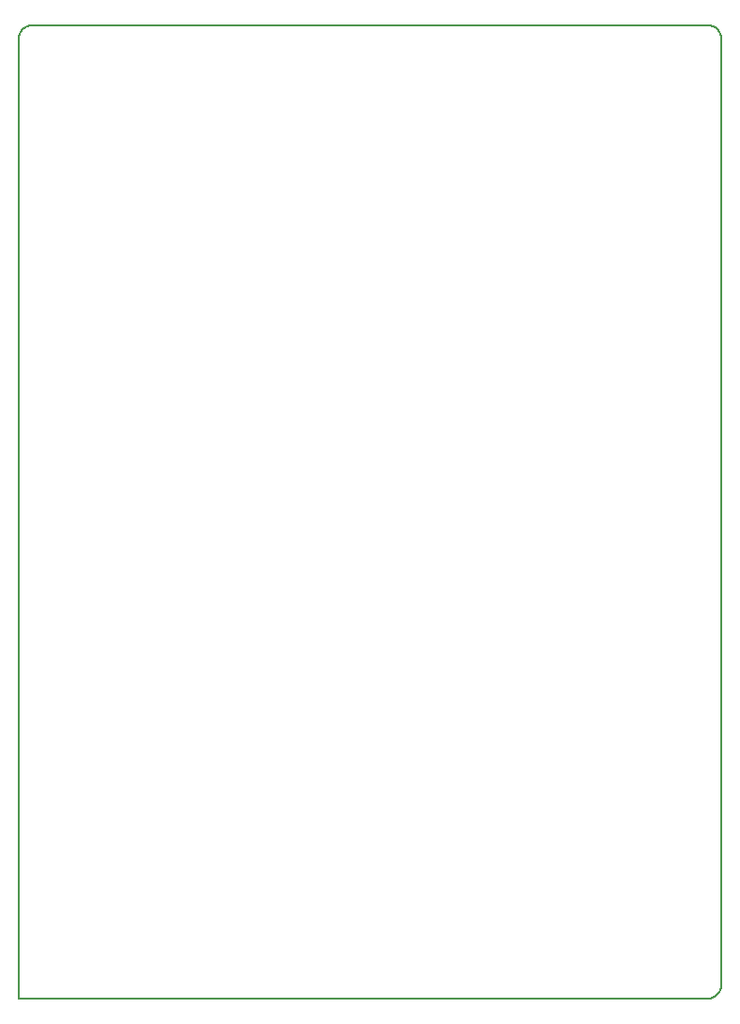
<source format=gko>
G04 Layer_Color=16711935*
%FSLAX44Y44*%
%MOMM*%
G71*
G01*
G75*
%ADD24C,0.2000*%
D24*
X621030Y0D02*
X623508Y244D01*
X625890Y967D01*
X628086Y2140D01*
X630010Y3720D01*
X631590Y5644D01*
X632763Y7840D01*
X633486Y10222D01*
X633730Y12700D01*
Y863600D02*
X633486Y866078D01*
X632763Y868460D01*
X631590Y870656D01*
X630010Y872580D01*
X628086Y874160D01*
X625890Y875333D01*
X623508Y876056D01*
X621030Y876300D01*
X12700D02*
X10222Y876056D01*
X7840Y875333D01*
X5644Y874160D01*
X3720Y872580D01*
X2140Y870656D01*
X967Y868460D01*
X244Y866078D01*
X0Y863600D01*
Y0D02*
X621030D01*
X633730Y12700D02*
Y863600D01*
X12700Y876300D02*
X621030D01*
X0Y0D02*
Y863600D01*
M02*

</source>
